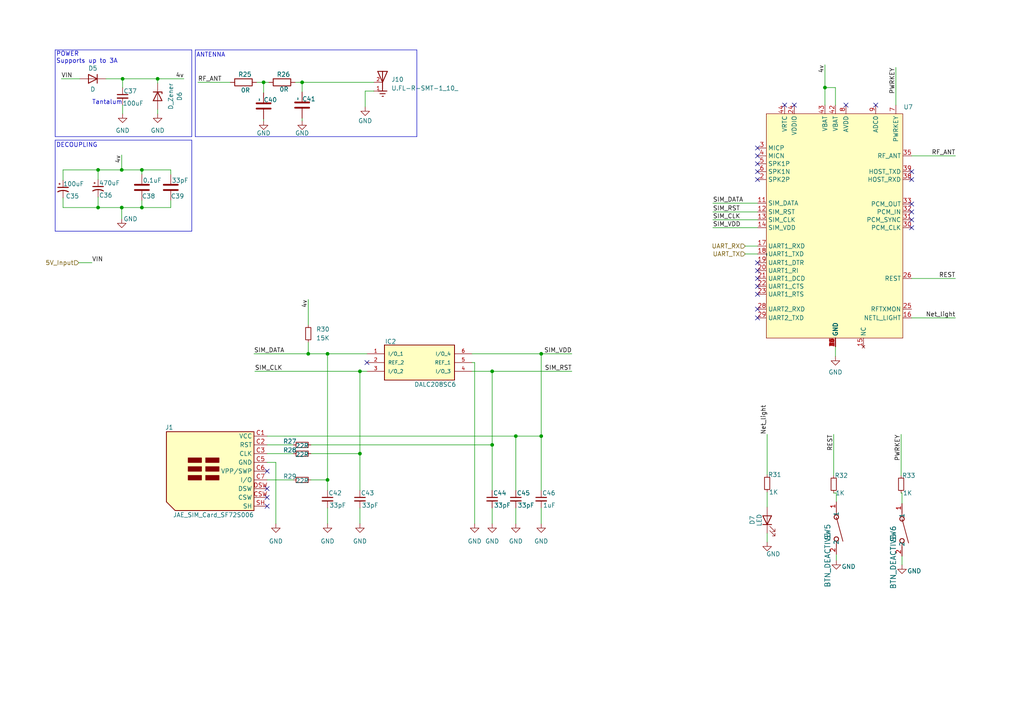
<source format=kicad_sch>
(kicad_sch (version 20231120) (generator "eeschema") (generator_version "8.0")
  (paper "A4")
  (lib_symbols
    (symbol "Connector:JAE_SIM_Card_SF72S006"
      (property "Reference" "J" (at 5.08 12.7 0))
      (property "Value" "JAE_SIM_Card_SF72S006" (at 30.48 12.7 0))
      (symbol "JAE_SIM_Card_SF72S006_0_1"
        (polyline (pts (xy 3.81 11.43) (xy 3.81 -11.43) (xy 26.67 -11.43) (xy 29.21 -8.89) (xy 29.21 11.43) (xy 3.81 11.43)) (stroke (width 0.254)) (fill (type background)))
        (rectangle (start 13.97 -2.54) (end 17.78 -1.27) (stroke (width 0.254)) (fill (type outline)))
        (rectangle (start 13.97 0) (end 17.78 1.27) (stroke (width 0.254)) (fill (type outline)))
        (rectangle (start 13.97 2.54) (end 17.78 3.81) (stroke (width 0.254)) (fill (type outline)))
        (rectangle (start 19.05 -1.27) (end 22.86 -2.54) (stroke (width 0.254)) (fill (type outline)))
        (rectangle (start 19.05 0) (end 22.86 1.27) (stroke (width 0.254)) (fill (type outline)))
        (rectangle (start 19.05 2.54) (end 22.86 3.81) (stroke (width 0.254)) (fill (type outline)))
      )
      (symbol "JAE_SIM_Card_SF72S006_1_1"
        (pin power_in line (at 0 10.16 0) (length 3.81) (name "VCC") (number "C1"))
        (pin input line (at 0 7.62 0) (length 3.81) (name "RST") (number "C2"))
        (pin input line (at 0 5.08 0) (length 3.81) (name "CLK") (number "C3"))
        (pin power_in line (at 0 2.54 0) (length 3.81) (name "GND") (number "C5"))
        (pin bidirectional line (at 0 0 0) (length 3.81) (name "VPP/SWP") (number "C6"))
        (pin bidirectional line (at 0 -2.54 0) (length 3.81) (name "I/O") (number "C7"))
        (pin passive line (at 0 -7.62 0) (length 3.81) (name "CSW") (number "CSW"))
        (pin passive line (at 0 -5.08 0) (length 3.81) (name "DSW") (number "DSW"))
        (pin passive line (at 0 -10.16 0) (length 3.81) (name "SH") (number "SH"))
      )
    )
    (symbol "DALC208SC6:DALC208SC6" (pin_names (offset 1.016))
      (property "Reference" "IC" (at 26.67 7.62 0))
      (property "Value" "DALC208SC6" (at 26.67 5.08 0))
      (symbol "DALC208SC6_0_0"
        (rectangle (start 5.08 -7.62) (end 25.4 2.54) (stroke (width 0.254)) (fill (type background)))
        (pin bidirectional line (at 0 0 0) (length 5.08) (name "I/O_1") (number "1"))
        (pin bidirectional line (at 0 -2.54 0) (length 5.08) (name "REF_2") (number "2"))
        (pin bidirectional line (at 0 -5.08 0) (length 5.08) (name "I/O_2") (number "3"))
        (pin bidirectional line (at 30.48 -5.08 180) (length 5.08) (name "I/O_3") (number "4"))
        (pin bidirectional line (at 30.48 -2.54 180) (length 5.08) (name "REF_1") (number "5"))
        (pin bidirectional line (at 30.48 0 180) (length 5.08) (name "I/O_4") (number "6"))
      )
    )
    (symbol "Device:C" (pin_numbers hide) (pin_names (offset 0.254))
      (property "Reference" "C" (at 0.635 2.54 0))
      (property "Value" "C" (at 0.635 -2.54 0))
      (symbol "C_0_1"
        (polyline (pts (xy -2.032 -0.762) (xy 2.032 -0.762)) (stroke (width 0.508)))
        (polyline (pts (xy -2.032 0.762) (xy 2.032 0.762)) (stroke (width 0.508)))
      )
      (symbol "C_1_1"
        (pin passive line (at 0 3.81 270) (length 2.794) (name "~") (number "1"))
        (pin passive line (at 0 -3.81 90) (length 2.794) (name "~") (number "2"))
      )
    )
    (symbol "Device:C_Polarized_Small_US" (pin_numbers hide) (pin_names (offset 0.254) hide)
      (property "Reference" "C" (at 0.254 1.778 0))
      (property "Value" "C_Polarized_Small_US" (at 0.254 -2.032 0))
      (symbol "C_Polarized_Small_US_0_1"
        (polyline (pts (xy -1.524 0.508) (xy 1.524 0.508)) (stroke (width 0.3048)))
        (polyline (pts (xy -1.27 1.524) (xy -0.762 1.524)))
        (polyline (pts (xy -1.016 1.27) (xy -1.016 1.778)))
        (arc (start 1.524 -0.762) (mid 0 -0.3734) (end -1.524 -0.762) (stroke (width 0.3048)))
      )
      (symbol "C_Polarized_Small_US_1_1"
        (pin passive line (at 0 2.54 270) (length 2.032) (name "~") (number "1"))
        (pin passive line (at 0 -2.54 90) (length 2.032) (name "~") (number "2"))
      )
    )
    (symbol "Device:C_Small" (pin_numbers hide) (pin_names (offset 0.254) hide)
      (property "Reference" "C" (at 0.254 1.778 0))
      (property "Value" "C_Small" (at 0.254 -2.032 0))
      (symbol "C_Small_0_1"
        (polyline (pts (xy -1.524 -0.508) (xy 1.524 -0.508)) (stroke (width 0.3302)))
        (polyline (pts (xy -1.524 0.508) (xy 1.524 0.508)) (stroke (width 0.3048)))
      )
      (symbol "C_Small_1_1"
        (pin passive line (at 0 2.54 270) (length 2.032) (name "~") (number "1"))
        (pin passive line (at 0 -2.54 90) (length 2.032) (name "~") (number "2"))
      )
    )
    (symbol "Device:D" (pin_numbers hide) (pin_names (offset 1.016) hide)
      (property "Reference" "D" (at 0 2.54 0))
      (property "Value" "D" (at 0 -2.54 0))
      (symbol "D_0_1"
        (polyline (pts (xy -1.27 1.27) (xy -1.27 -1.27)) (stroke (width 0.254)))
        (polyline (pts (xy 1.27 0) (xy -1.27 0)))
        (polyline (pts (xy 1.27 1.27) (xy 1.27 -1.27) (xy -1.27 0) (xy 1.27 1.27)) (stroke (width 0.254)))
      )
      (symbol "D_1_1"
        (pin passive line (at -3.81 0 0) (length 2.54) (name "K") (number "1"))
        (pin passive line (at 3.81 0 180) (length 2.54) (name "A") (number "2"))
      )
    )
    (symbol "Device:D_Zener" (pin_numbers hide) (pin_names (offset 1.016) hide)
      (property "Reference" "D" (at 0 2.54 0))
      (property "Value" "D_Zener" (at 0 -2.54 0))
      (symbol "D_Zener_0_1"
        (polyline (pts (xy 1.27 0) (xy -1.27 0)))
        (polyline (pts (xy -1.27 -1.27) (xy -1.27 1.27) (xy -0.762 1.27)) (stroke (width 0.254)))
        (polyline (pts (xy 1.27 -1.27) (xy 1.27 1.27) (xy -1.27 0) (xy 1.27 -1.27)) (stroke (width 0.254)))
      )
      (symbol "D_Zener_1_1"
        (pin passive line (at -3.81 0 0) (length 2.54) (name "K") (number "1"))
        (pin passive line (at 3.81 0 180) (length 2.54) (name "A") (number "2"))
      )
    )
    (symbol "Device:LED" (pin_numbers hide) (pin_names (offset 1.016) hide)
      (property "Reference" "D" (at 0 2.54 0))
      (property "Value" "LED" (at 0 -2.54 0))
      (symbol "LED_0_1"
        (polyline (pts (xy -1.27 -1.27) (xy -1.27 1.27)) (stroke (width 0.254)))
        (polyline (pts (xy -1.27 0) (xy 1.27 0)))
        (polyline (pts (xy 1.27 -1.27) (xy 1.27 1.27) (xy -1.27 0) (xy 1.27 -1.27)) (stroke (width 0.254)))
        (polyline (pts (xy -3.048 -0.762) (xy -4.572 -2.286) (xy -3.81 -2.286) (xy -4.572 -2.286) (xy -4.572 -1.524)))
        (polyline (pts (xy -1.778 -0.762) (xy -3.302 -2.286) (xy -2.54 -2.286) (xy -3.302 -2.286) (xy -3.302 -1.524)))
      )
      (symbol "LED_1_1"
        (pin passive line (at -3.81 0 0) (length 2.54) (name "K") (number "1"))
        (pin passive line (at 3.81 0 180) (length 2.54) (name "A") (number "2"))
      )
    )
    (symbol "Device:R" (pin_numbers hide) (pin_names (offset 0))
      (property "Reference" "R" (at 2.032 0 90))
      (property "Value" "R" (at 0 0 90))
      (symbol "R_0_1"
        (rectangle (start -1.016 -2.54) (end 1.016 2.54) (stroke (width 0.254)))
      )
      (symbol "R_1_1"
        (pin passive line (at 0 3.81 270) (length 1.27) (name "~") (number "1"))
        (pin passive line (at 0 -3.81 90) (length 1.27) (name "~") (number "2"))
      )
    )
    (symbol "Device:R_Small" (pin_numbers hide) (pin_names (offset 0.254) hide)
      (property "Reference" "R" (at 0.762 0.508 0))
      (property "Value" "R_Small" (at 0.762 -1.016 0))
      (symbol "R_Small_0_1"
        (rectangle (start -0.762 1.778) (end 0.762 -1.778) (stroke (width 0.2032)))
      )
      (symbol "R_Small_1_1"
        (pin passive line (at 0 2.54 270) (length 0.762) (name "~") (number "1"))
        (pin passive line (at 0 -2.54 90) (length 0.762) (name "~") (number "2"))
      )
    )
    (symbol "drip-irrigation-sys-cc:PTS636_SM50J_SMTR_LFS" (pin_names (offset 0.254))
      (property "Reference" "SW" (at 7.62 3.81 0))
      (property "Value" "PTS636 SM50J SMTR LFS" (at 0 0 0))
      (symbol "PTS636_SM50J_SMTR_LFS_0_1"
        (polyline (pts (xy 2.54 0) (xy 3.81 0)) (stroke (width 0.2032)))
        (polyline (pts (xy 4.445 0) (xy 11.43 1.905)) (stroke (width 0.2032)))
        (polyline (pts (xy 12.7 0) (xy 11.43 0)) (stroke (width 0.2032)))
        (circle (center 4.445 0) (radius 0.635) (stroke (width 0.254)))
        (circle (center 10.795 0) (radius 0.635) (stroke (width 0.254)))
        (pin unspecified line (at 0 0 0) (length 2.54) (name "1") (number "1"))
        (pin unspecified line (at 15.24 0 180) (length 2.54) (name "2") (number "2"))
      )
    )
    (symbol "drip-irrigation-sys-cc:U.FL-R-SMT-1_10_" (pin_names (offset 1.016))
      (property "Reference" "J" (at -2.5406 5.0869 0))
      (property "Value" "U.FL-R-SMT-1_10_" (at -2.6677 -7.6346 0))
      (symbol "U.FL-R-SMT-1_10__0_0"
        (polyline (pts (xy -1.397 3.175) (xy 0 3.175)) (stroke (width 0.254)))
        (polyline (pts (xy -0.762 -3.302) (xy 0.762 -3.302)) (stroke (width 0.254)))
        (polyline (pts (xy -0.127 -4.064) (xy 0.254 -4.064)) (stroke (width 0.254)))
        (polyline (pts (xy 0 -2.54) (xy -1.27 -2.54)) (stroke (width 0.254)))
        (polyline (pts (xy 0 -2.54) (xy 1.27 -2.54)) (stroke (width 0.254)))
        (polyline (pts (xy 0 0) (xy -1.397 3.175)) (stroke (width 0.254)))
        (polyline (pts (xy 0 0) (xy 0 -2.54)) (stroke (width 0.254)))
        (polyline (pts (xy 0 3.175) (xy 0 0)) (stroke (width 0.254)))
        (polyline (pts (xy 0 3.175) (xy 1.397 3.175)) (stroke (width 0.254)))
        (polyline (pts (xy 1.397 3.175) (xy 0 0)) (stroke (width 0.254)))
        (pin passive line (at -2.54 -2.54 0) (length 2.54) (name "~") (number "1"))
        (pin passive line (at -2.54 0 0) (length 2.54) (name "~") (number "2"))
      )
    )
    (symbol "mergened_symbols:mg2608"
      (property "Reference" "U" (at -16.256 -33.782 0))
      (symbol "mg2608_1_1"
        (rectangle (start -20.066 33.02) (end 19.558 -32.004) (fill (type background)))
        (pin input line (at 0 -34.544 90) (length 2.54) (name "GND") (number "1"))
        (pin input line (at 0 -34.544 90) (length 2.54) (name "GND") (number "10"))
        (pin bidirectional line (at -22.606 7.112 0) (length 2.54) (name "SIM_DATA") (number "11"))
        (pin output line (at -22.606 4.572 0) (length 2.54) (name "SIM_RST") (number "12"))
        (pin output line (at -22.606 2.286 0) (length 2.54) (name "SIM_CLK") (number "13"))
        (pin output line (at -22.606 0 0) (length 2.54) (name "SIM_VDD") (number "14"))
        (pin no_connect line (at 8.128 -34.544 90) (length 2.54) (name "NC") (number "15"))
        (pin input line (at 22.098 -26.162 180) (length 2.54) (name "NETL_LIGHT") (number "16"))
        (pin input line (at -22.606 -5.334 0) (length 2.54) (name "UART1_RXD") (number "17"))
        (pin output line (at -22.606 -7.62 0) (length 2.54) (name "UART1_TXD") (number "18"))
        (pin input line (at -22.606 -10.16 0) (length 2.54) (name "UART1_DTR") (number "19"))
        (pin output line (at -22.606 13.97 0) (length 2.54) (name "SPK2P") (number "2"))
        (pin output line (at -22.606 -12.446 0) (length 2.54) (name "UART1_RI") (number "20"))
        (pin output line (at -22.606 -14.732 0) (length 2.54) (name "UART1_DCD") (number "21"))
        (pin output line (at -22.606 -17.018 0) (length 2.54) (name "UART1_CTS") (number "22"))
        (pin input line (at -22.606 -19.304 0) (length 2.54) (name "UART1_RTS") (number "23"))
        (pin output line (at -11.938 35.56 270) (length 2.54) (name "VDDIO") (number "24"))
        (pin input line (at 22.098 -23.622 180) (length 2.54) (name "RFTXMON") (number "25"))
        (pin input line (at 22.098 -14.732 180) (length 2.54) (name "REST") (number "26"))
        (pin input line (at 0 -34.544 90) (length 2.54) (name "GND") (number "27"))
        (pin input line (at -22.606 -23.622 0) (length 2.54) (name "UART2_RXD") (number "28"))
        (pin output line (at -22.606 -26.162 0) (length 2.54) (name "UART2_TXD") (number "29"))
        (pin input line (at -22.606 23.114 0) (length 2.54) (name "MICP") (number "3"))
        (pin output line (at 22.098 0 180) (length 2.54) (name "PCM_CLK") (number "30"))
        (pin output line (at 22.098 2.286 180) (length 2.54) (name "PCM_SYNC") (number "31"))
        (pin input line (at 22.098 4.572 180) (length 2.54) (name "PCM_IN") (number "32"))
        (pin output line (at 22.098 6.858 180) (length 2.54) (name "PCM_OUT") (number "33"))
        (pin input line (at 0 -34.544 90) (length 2.54) (name "GND") (number "34"))
        (pin bidirectional line (at 22.098 20.828 180) (length 2.54) (name "RF_ANT") (number "35"))
        (pin input line (at 0 -34.544 90) (length 2.54) (name "GND") (number "36"))
        (pin input line (at 0 -34.544 90) (length 2.54) (name "GND") (number "37"))
        (pin input line (at 22.098 13.97 180) (length 2.54) (name "HOST_RXD") (number "38"))
        (pin input line (at 22.098 16.256 180) (length 2.54) (name "HOST_TXD") (number "39"))
        (pin input line (at -22.606 20.828 0) (length 2.54) (name "MICN") (number "4"))
        (pin input line (at 0 -34.544 90) (length 2.54) (name "GND") (number "40"))
        (pin input line (at 0 -34.544 90) (length 2.54) (name "GND") (number "41"))
        (pin input line (at 0 35.56 270) (length 2.54) (name "VBAT") (number "42"))
        (pin input line (at -3.048 35.56 270) (length 2.54) (name "VBAT") (number "43"))
        (pin output line (at -14.732 35.56 270) (length 2.54) (name "VRTC") (number "44"))
        (pin output line (at -22.606 18.542 0) (length 2.54) (name "SPK1P") (number "5"))
        (pin output line (at -22.606 16.256 0) (length 2.54) (name "SPK1N") (number "6"))
        (pin input line (at 17.526 35.56 270) (length 2.54) (name "PWRKEY") (number "7"))
        (pin output line (at 3.048 35.56 270) (length 2.54) (name "AVDD") (number "8"))
        (pin input line (at 11.684 35.56 270) (length 2.54) (name "ADC0") (number "9"))
      )
    )
    (symbol "power:GND" (power) (pin_names (offset 0))
      (property "Value" "GND" (at 0 -3.81 0))
      (symbol "GND_0_1"
        (polyline (pts (xy 0 0) (xy 0 -1.27) (xy 1.27 -1.27) (xy 0 -2.54) (xy -1.27 -1.27) (xy 0 -1.27)))
      )
      (symbol "GND_1_1"
        (pin power_in line (at 0 0 270) (length 0) hide (name "GND") (number "1"))
      )
    )
  )
  (junction (at 89.408 102.616))
  (junction (at 142.748 107.696))
  (junction (at 45.72 22.86))
  (junction (at 28.448 49.276))
  (junction (at 149.606 126.492))
  (junction (at 35.306 49.276))
  (junction (at 41.148 49.276))
  (junction (at 28.448 60.198))
  (junction (at 142.748 129.032))
  (junction (at 94.996 102.616))
  (junction (at 87.63 23.876))
  (junction (at 239.268 25.4))
  (junction (at 156.972 126.492))
  (junction (at 94.996 139.192))
  (junction (at 104.394 107.696))
  (junction (at 76.454 23.876))
  (junction (at 156.972 102.616))
  (junction (at 41.148 60.198))
  (junction (at 104.394 131.572))
  (junction (at 35.56 22.86))
  (junction (at 35.306 60.198))
  (no_connect (at 106.426 105.156))
  (no_connect (at 77.47 146.812))
  (no_connect (at 219.71 49.784))
  (no_connect (at 254 30.48))
  (no_connect (at 219.71 92.202))
  (no_connect (at 77.47 141.732))
  (no_connect (at 264.414 61.468))
  (no_connect (at 219.71 45.212))
  (no_connect (at 219.71 42.926))
  (no_connect (at 264.414 66.04))
  (no_connect (at 245.364 30.48))
  (no_connect (at 219.71 80.772))
  (no_connect (at 219.71 78.486))
  (no_connect (at 219.71 52.07))
  (no_connect (at 219.71 47.498))
  (no_connect (at 230.378 30.48))
  (no_connect (at 219.71 76.2))
  (no_connect (at 227.584 30.48))
  (no_connect (at 219.71 89.662))
  (no_connect (at 264.414 52.07))
  (no_connect (at 219.71 85.344))
  (no_connect (at 264.414 63.754))
  (no_connect (at 219.71 83.058))
  (no_connect (at 264.414 59.182))
  (no_connect (at 264.414 49.784))
  (no_connect (at 77.47 144.272))
  (no_connect (at 77.47 136.652))
  (wire (pts (xy 156.972 147.32) (xy 156.972 151.892)))
  (wire (pts (xy 76.454 23.876) (xy 77.978 23.876)))
  (wire (pts (xy 76.454 35.052) (xy 76.454 34.544)))
  (wire (pts (xy 28.448 60.198) (xy 35.306 60.198)))
  (wire (pts (xy 49.53 49.276) (xy 41.148 49.276)))
  (wire (pts (xy 104.394 131.572) (xy 104.394 142.24)))
  (wire (pts (xy 89.408 86.868) (xy 89.408 94.234)))
  (wire (pts (xy 49.53 50.546) (xy 49.53 49.276)))
  (wire (pts (xy 261.366 143.002) (xy 261.62 143.002)))
  (wire (pts (xy 89.408 102.616) (xy 94.996 102.616)))
  (wire (pts (xy 90.17 129.032) (xy 142.748 129.032)))
  (wire (pts (xy 41.148 50.546) (xy 41.148 49.276)))
  (polyline (pts (xy 120.904 14.478) (xy 120.904 39.624)))
  (wire (pts (xy 239.268 25.4) (xy 242.316 25.4)))
  (wire (pts (xy 206.756 61.468) (xy 219.71 61.468)))
  (wire (pts (xy 104.394 147.32) (xy 104.394 151.892)))
  (wire (pts (xy 242.57 145.542) (xy 242.57 143.002)))
  (wire (pts (xy 261.62 146.05) (xy 261.62 143.002)))
  (wire (pts (xy 77.47 134.112) (xy 80.01 134.112)))
  (wire (pts (xy 18.288 57.404) (xy 18.288 60.198)))
  (wire (pts (xy 89.408 99.314) (xy 89.408 102.616)))
  (wire (pts (xy 239.268 18.796) (xy 239.268 25.4)))
  (wire (pts (xy 77.47 126.492) (xy 149.606 126.492)))
  (wire (pts (xy 35.306 60.198) (xy 41.148 60.198)))
  (wire (pts (xy 277.114 92.202) (xy 264.414 92.202)))
  (wire (pts (xy 142.748 107.696) (xy 142.748 129.032)))
  (wire (pts (xy 108.4144 23.876) (xy 108.4144 23.8716)))
  (wire (pts (xy 149.606 126.492) (xy 156.972 126.492)))
  (wire (pts (xy 45.72 22.86) (xy 45.72 24.13)))
  (wire (pts (xy 28.448 57.15) (xy 28.448 60.198)))
  (wire (pts (xy 242.57 143.002) (xy 241.808 143.002)))
  (wire (pts (xy 142.748 129.032) (xy 142.748 142.24)))
  (wire (pts (xy 73.66 102.616) (xy 89.408 102.616)))
  (wire (pts (xy 222.504 157.226) (xy 222.504 154.686)))
  (polyline (pts (xy 120.904 39.624) (xy 56.642 39.624)))
  (polyline (pts (xy 55.626 14.478) (xy 55.626 39.624)))
  (wire (pts (xy 206.756 63.754) (xy 219.71 63.754)))
  (wire (pts (xy 94.996 102.616) (xy 94.996 139.192)))
  (wire (pts (xy 87.63 23.876) (xy 108.4144 23.876)))
  (wire (pts (xy 104.394 107.696) (xy 104.394 131.572)))
  (wire (pts (xy 45.72 22.86) (xy 53.34 22.86)))
  (wire (pts (xy 49.53 60.198) (xy 41.148 60.198)))
  (wire (pts (xy 57.404 23.876) (xy 66.802 23.876)))
  (wire (pts (xy 45.72 31.75) (xy 45.72 33.02)))
  (wire (pts (xy 94.996 102.616) (xy 106.426 102.616)))
  (polyline (pts (xy 16.002 14.478) (xy 16.002 39.624)))
  (polyline (pts (xy 56.642 14.478) (xy 56.642 39.624)))
  (wire (pts (xy 104.394 107.696) (xy 106.426 107.696)))
  (wire (pts (xy 28.448 49.276) (xy 28.448 52.07)))
  (polyline (pts (xy 16.002 40.64) (xy 55.626 40.64)))
  (wire (pts (xy 241.808 125.984) (xy 241.808 137.922)))
  (wire (pts (xy 76.454 26.924) (xy 76.454 23.876)))
  (wire (pts (xy 136.906 105.156) (xy 137.668 105.156)))
  (wire (pts (xy 41.148 60.198) (xy 41.148 58.166)))
  (wire (pts (xy 242.316 25.4) (xy 242.316 30.48)))
  (wire (pts (xy 156.972 102.616) (xy 156.972 126.492)))
  (wire (pts (xy 35.306 63.5) (xy 35.306 60.198)))
  (polyline (pts (xy 16.002 40.64) (xy 16.002 67.056)))
  (wire (pts (xy 90.17 131.572) (xy 104.394 131.572)))
  (wire (pts (xy 156.972 102.616) (xy 165.862 102.616)))
  (wire (pts (xy 35.56 30.48) (xy 35.56 33.02)))
  (wire (pts (xy 222.504 125.984) (xy 222.504 137.668)))
  (polyline (pts (xy 55.626 67.056) (xy 16.002 67.056)))
  (wire (pts (xy 41.148 49.276) (xy 35.306 49.276)))
  (wire (pts (xy 216.154 73.66) (xy 219.71 73.66)))
  (wire (pts (xy 74.422 23.876) (xy 76.454 23.876)))
  (wire (pts (xy 259.842 19.558) (xy 259.842 30.48)))
  (wire (pts (xy 261.62 161.29) (xy 261.62 163.83)))
  (wire (pts (xy 28.448 60.198) (xy 18.288 60.198)))
  (wire (pts (xy 149.606 147.32) (xy 149.606 151.892)))
  (wire (pts (xy 242.316 103.378) (xy 242.316 100.584)))
  (wire (pts (xy 35.56 22.86) (xy 35.56 25.4)))
  (wire (pts (xy 77.47 139.192) (xy 85.09 139.192)))
  (wire (pts (xy 77.47 129.032) (xy 85.09 129.032)))
  (wire (pts (xy 142.748 147.32) (xy 142.748 151.892)))
  (wire (pts (xy 222.504 147.066) (xy 222.504 142.748)))
  (wire (pts (xy 137.668 105.156) (xy 137.668 151.892)))
  (wire (pts (xy 264.414 80.772) (xy 277.114 80.772)))
  (wire (pts (xy 206.756 66.04) (xy 219.71 66.04)))
  (wire (pts (xy 80.01 134.112) (xy 80.01 151.892)))
  (wire (pts (xy 87.63 35.052) (xy 87.63 34.29)))
  (wire (pts (xy 35.56 22.86) (xy 45.72 22.86)))
  (wire (pts (xy 73.914 107.696) (xy 104.394 107.696)))
  (wire (pts (xy 77.47 131.572) (xy 85.09 131.572)))
  (wire (pts (xy 261.366 125.984) (xy 261.366 137.922)))
  (wire (pts (xy 18.288 52.324) (xy 18.288 49.276)))
  (polyline (pts (xy 56.642 14.478) (xy 120.904 14.478)))
  (wire (pts (xy 49.53 58.166) (xy 49.53 60.198)))
  (wire (pts (xy 22.86 76.2) (xy 26.67 76.2)))
  (wire (pts (xy 35.306 44.958) (xy 35.306 49.276)))
  (wire (pts (xy 87.63 23.876) (xy 87.63 26.67)))
  (wire (pts (xy 105.918 26.416) (xy 105.918 30.988)))
  (polyline (pts (xy 55.626 39.624) (xy 16.002 39.624)))
  (wire (pts (xy 136.906 102.616) (xy 156.972 102.616)))
  (wire (pts (xy 216.154 71.374) (xy 219.71 71.374)))
  (wire (pts (xy 149.606 126.492) (xy 149.606 142.24)))
  (wire (pts (xy 17.78 22.86) (xy 23.114 22.86)))
  (wire (pts (xy 239.268 25.4) (xy 239.268 30.48)))
  (wire (pts (xy 94.996 147.32) (xy 94.996 151.892)))
  (wire (pts (xy 18.288 49.276) (xy 28.448 49.276)))
  (wire (pts (xy 264.414 45.212) (xy 277.114 45.212)))
  (polyline (pts (xy 55.626 40.64) (xy 55.626 67.056)))
  (wire (pts (xy 206.756 58.928) (xy 219.71 58.928)))
  (wire (pts (xy 35.306 49.276) (xy 28.448 49.276)))
  (wire (pts (xy 242.57 160.782) (xy 242.57 162.56)))
  (wire (pts (xy 156.972 126.492) (xy 156.972 142.24)))
  (wire (pts (xy 87.63 23.876) (xy 85.598 23.876)))
  (wire (pts (xy 136.906 107.696) (xy 142.748 107.696)))
  (wire (pts (xy 90.17 139.192) (xy 94.996 139.192)))
  (wire (pts (xy 142.748 107.696) (xy 165.862 107.696)))
  (wire (pts (xy 108.4144 26.416) (xy 108.4144 26.4116)))
  (wire (pts (xy 105.918 26.416) (xy 108.4144 26.416)))
  (wire (pts (xy 94.996 139.192) (xy 94.996 142.24)))
  (polyline (pts (xy 16.002 14.478) (xy 55.626 14.478)))
  (wire (pts (xy 30.734 22.86) (xy 35.56 22.86)))
  (text "DECOUPLING" (at 16.256 42.926 0) (effects (font (size 1.27 1.27)) (justify left bottom)))
  (text "ANTENNA" (at 56.896 16.764 0) (effects (font (size 1.27 1.27)) (justify left bottom)))
  (text "POWER\nSupports up to 3A" (at 16.256 18.542 0) (effects (font (size 1.27 1.27)) (justify left bottom)))
  (text "Tantalum" (at 26.67 30.48 0) (effects (font (size 1.27 1.27)) (justify left bottom)))
  (label "SIM_DATA" (at 73.66 102.616 0))
  (label "RF_ANT" (at 277.114 45.212 180))
  (label "SIM_VDD" (at 165.862 102.616 180))
  (label "SIM_CLK" (at 73.914 107.696 0))
  (label "REST" (at 241.808 125.984 270))
  (label "Net_light" (at 222.504 125.984 90))
  (label "RF_ANT" (at 57.404 23.876 0))
  (label "SIM_RST" (at 206.756 61.468 0))
  (label "SIM_RST" (at 165.862 107.696 180))
  (label "4v" (at 53.34 22.86 180))
  (label "4v" (at 35.306 44.958 270))
  (label "4v" (at 89.408 86.868 270))
  (label "4v" (at 239.268 18.796 270))
  (label "Net_light" (at 277.114 92.202 180))
  (label "PWRKEY" (at 259.842 19.558 270))
  (label "SIM_CLK" (at 206.756 63.754 0))
  (label "VIN" (at 26.67 76.2 0))
  (label "REST" (at 277.114 80.772 180))
  (label "SIM_DATA" (at 206.756 58.928 0))
  (label "VIN" (at 17.78 22.86 0))
  (label "PWRKEY" (at 261.366 125.984 270))
  (label "SIM_VDD" (at 206.756 66.04 0))
  (hierarchical_label "UART_RX" (shape input) (at 216.154 71.374 180))
  (hierarchical_label "UART_TX" (shape input) (at 216.154 73.66 180))
  (hierarchical_label "5V_Input" (shape input) (at 22.86 76.2 180))
  (symbol (lib_id "mergened_symbols:mg2608") (at 242.316 66.04 0) (unit 1)
    (property "Reference" "U6" (at 262.0361 31.0388 0) (effects (justify left)))
    (property "Value" "~" (at 222.377 73.787 90))
    (property "Footprint" "drip-irrigation-sys-cc:MG2608" (effects (hide yes)))
    (instances (project "HidroProject_1" (path "" (reference "U7") (unit 1)) (path "" (reference "U6") (unit 1))))
  )
  (symbol (lib_id "Device:R_Small") (at 87.63 129.032 90) (unit 1)
    (property "Reference" "R14" (at 84.074 128.016 90))
    (property "Value" "22R" (at 87.63 129.286 90))
    (property "Footprint" "Resistor_SMD:R_0603_1608Metric" (effects (hide yes)))
    (property "Digikey" "311-22.0HRDKR-ND" (effects (hide yes)))
    (instances (project "HidroProject_1" (path "" (reference "R27") (unit 1)) (path "" (reference "R14") (unit 1))))
  )
  (symbol (lib_id "Device:C_Polarized_Small_US") (at 28.448 54.61 0) (unit 1)
    (property "Reference" "C24" (at 28.702 56.642 0) (effects (justify left)))
    (property "Value" "470uF" (at 28.702 53.086 0) (effects (justify left)))
    (property "Footprint" "Capacitor_SMD:CP_Elec_8x10.5" (effects (hide yes)))
    (property "Digikey" "2997-SRF10V471MJ102-ND" (effects (hide yes)))
    (instances (project "HidroProject_1" (path "" (reference "C36") (unit 1)) (path "" (reference "C24") (unit 1))))
  )
  (symbol (lib_id "Device:R_Small") (at 222.504 140.208 0) (unit 1)
    (property "Reference" "R18" (at 222.758 137.668 0) (effects (justify left)))
    (property "Value" "1K" (at 223.012 142.748 0) (effects (justify left)))
    (property "Footprint" "Resistor_SMD:R_0603_1608Metric" (effects (hide yes)))
    (instances (project "HidroProject_1" (path "" (reference "R31") (unit 1)) (path "" (reference "R18") (unit 1))))
  )
  (symbol (lib_id "Device:R_Small") (at 89.408 96.774 0) (unit 1)
    (property "Reference" "R17" (at 91.694 95.504 0) (effects (justify left)))
    (property "Value" "15K" (at 91.694 98.044 0) (effects (justify left)))
    (property "Footprint" "Resistor_SMD:R_0603_1608Metric" (effects (hide yes)))
    (property "Digikey" "P15KDBDKR-ND" (effects (hide yes)))
    (instances (project "HidroProject_1" (path "" (reference "R30") (unit 1)) (path "" (reference "R17") (unit 1))))
  )
  (symbol (lib_id "power:GND") (at 94.996 151.892 0) (unit 1)
    (property "Reference" "#PWR038" (effects (hide yes)))
    (property "Value" "GND" (at 94.996 156.972 0))
    (instances (project "HidroProject_1" (path "" (reference "#PWR065") (unit 1)) (path "" (reference "#PWR038") (unit 1))))
  )
  (symbol (lib_id "Device:C") (at 41.148 54.356 0) (unit 1)
    (property "Reference" "C26" (at 41.148 56.896 0) (effects (justify left)))
    (property "Value" "0.1uF" (at 41.402 52.324 0) (effects (justify left)))
    (property "Footprint" "Capacitor_SMD:C_0805_2012Metric" (effects (hide yes)))
    (property "Digikey" "3372-0805B104K201DCTR-ND" (effects (hide yes)))
    (instances (project "HidroProject_1" (path "" (reference "C38") (unit 1)) (path "" (reference "C26") (unit 1))))
  )
  (symbol (lib_id "Device:C_Small") (at 142.748 144.78 0) (unit 1)
    (property "Reference" "C32" (at 143.002 143.002 0) (effects (justify left)))
    (property "Value" "33pF" (at 143.256 146.558 0) (effects (justify left)))
    (property "Footprint" "Capacitor_SMD:C_0603_1608Metric" (effects (hide yes)))
    (property "Digikey" "2571-GMC10CG330K100NTTR-ND" (effects (hide yes)))
    (instances (project "HidroProject_1" (path "" (reference "C44") (unit 1)) (path "" (reference "C32") (unit 1))))
  )
  (symbol (lib_id "Connector:JAE_SIM_Card_SF72S006") (at 77.47 136.652 0) (mirror y) (unit 1)
    (property "Reference" "J2" (at 50.292 123.952 0) (effects (justify left)))
    (property "Value" "JAE_SIM_Card_SF72S006" (at 73.66 149.352 0) (effects (justify left)))
    (property "Footprint" "Connector_JAE:JAE_SIM_Card_SF72S006" (effects (hide yes)))
    (property "Datasheet" "https://www.jae.com/direct/topics/topics_file_download/topics_id=68892&ext_no=06&index=0&_lang=en&v=202003111511468456809" (effects (hide yes)))
    (instances (project "HidroProject_1" (path "" (reference "J1") (unit 1)) (path "" (reference "J2") (unit 1))))
  )
  (symbol (lib_id "power:GND") (at 222.504 157.226 0) (unit 1)
    (property "Reference" "#PWR045" (effects (hide yes)))
    (property "Value" "GND" (at 224.282 160.6804 0))
    (instances (project "HidroProject_1" (path "" (reference "#PWR072") (unit 1)) (path "" (reference "#PWR045") (unit 1))))
  )
  (symbol (lib_id "drip-irrigation-sys-cc:PTS636_SM50J_SMTR_LFS") (at 242.57 145.542 270) (unit 1)
    (property "Reference" "SW3" (at 240.03 151.892 0) (effects (font (size 1.524 1.524)) (justify left)))
    (property "Value" "BTN_DEACTIVE" (at 240.03 154.432 0) (effects (font (size 1.524 1.524)) (justify left)))
    (property "Footprint" "SW_PTS636_CNK" (effects (hide yes)))
    (property "Datasheet" "PTS636 SM50J SMTR LFS" (effects (hide yes)))
    (property "Digikey" "CKN12319-2-ND" (effects (hide yes)))
    (instances (project "HidroProject_1" (path "" (reference "SW5") (unit 1)) (path "" (reference "SW3") (unit 1))))
  )
  (symbol (lib_id "power:GND") (at 156.972 151.892 0) (unit 1)
    (property "Reference" "#PWR044" (effects (hide yes)))
    (property "Value" "GND" (at 156.972 156.972 0))
    (instances (project "HidroProject_1" (path "" (reference "#PWR071") (unit 1)) (path "" (reference "#PWR044") (unit 1))))
  )
  (symbol (lib_id "power:GND") (at 76.454 35.052 0) (unit 1)
    (property "Reference" "#PWR029" (effects (hide yes)))
    (property "Value" "GND" (at 76.454 38.608 0))
    (instances (project "HidroProject_1" (path "" (reference "#PWR062") (unit 1)) (path "" (reference "#PWR029") (unit 1))))
  )
  (symbol (lib_id "power:GND") (at 87.63 35.052 0) (unit 1)
    (property "Reference" "#PWR037" (effects (hide yes)))
    (property "Value" "GND" (at 87.63 38.608 0))
    (instances (project "HidroProject_1" (path "" (reference "#PWR064") (unit 1)) (path "" (reference "#PWR037") (unit 1))))
  )
  (symbol (lib_id "Device:R_Small") (at 87.63 131.572 90) (unit 1)
    (property "Reference" "R15" (at 84.074 130.556 90))
    (property "Value" "22R" (at 87.63 131.826 90))
    (property "Footprint" "Resistor_SMD:R_0603_1608Metric" (effects (hide yes)))
    (property "Digikey" "311-22.0HRDKR-ND" (effects (hide yes)))
    (instances (project "HidroProject_1" (path "" (reference "R28") (unit 1)) (path "" (reference "R15") (unit 1))))
  )
  (symbol (lib_id "power:GND") (at 80.01 151.892 0) (unit 1)
    (property "Reference" "#PWR030" (effects (hide yes)))
    (property "Value" "GND" (at 80.01 156.972 0))
    (instances (project "HidroProject_1" (path "" (reference "#PWR063") (unit 1)) (path "" (reference "#PWR030") (unit 1))))
  )
  (symbol (lib_id "Device:C_Polarized_Small_US") (at 18.288 54.864 0) (unit 1)
    (property "Reference" "C23" (at 19.05 56.896 0) (effects (justify left)))
    (property "Value" "100uF" (at 18.288 53.34 0) (effects (justify left)))
    (property "Footprint" "Capacitor_SMD:CP_Elec_8x10.5" (effects (hide yes)))
    (property "Digikey" "2997-SHT6.3V101M-F55-ND" (effects (hide yes)))
    (instances (project "HidroProject_1" (path "" (reference "C35") (unit 1)) (path "" (reference "C23") (unit 1))))
  )
  (symbol (lib_id "power:GND") (at 104.394 151.892 0) (unit 1)
    (property "Reference" "#PWR039" (effects (hide yes)))
    (property "Value" "GND" (at 104.394 156.972 0))
    (instances (project "HidroProject_1" (path "" (reference "#PWR066") (unit 1)) (path "" (reference "#PWR039") (unit 1))))
  )
  (symbol (lib_id "Device:D_Zener") (at 45.72 27.94 270) (unit 1)
    (property "Reference" "D3" (at 52.07 27.94 0))
    (property "Value" "D_Zener" (at 49.53 27.94 0))
    (property "Footprint" "drip-irrigation-sys-cc:SMB-2_4P60X3P95_ONS" (effects (hide yes)))
    (property "Digikey" "SZ1SMB5915BT3GOSTR-ND" (effects (hide yes)))
    (instances (project "HidroProject_1" (path "" (reference "D6") (unit 1)) (path "" (reference "D3") (unit 1))))
  )
  (symbol (lib_id "Device:C") (at 87.63 30.48 0) (unit 1)
    (property "Reference" "C29" (at 87.63 28.702 0) (effects (justify left)))
    (property "Value" "~" (at 86.36 29.21 90) (effects (justify left)))
    (property "Footprint" "Capacitor_SMD:C_0805_2012Metric" (effects (hide yes)))
    (instances (project "HidroProject_1" (path "" (reference "C41") (unit 1)) (path "" (reference "C29") (unit 1))))
  )
  (symbol (lib_id "power:GND") (at 149.606 151.892 0) (unit 1)
    (property "Reference" "#PWR043" (effects (hide yes)))
    (property "Value" "GND" (at 149.606 156.972 0))
    (instances (project "HidroProject_1" (path "" (reference "#PWR070") (unit 1)) (path "" (reference "#PWR043") (unit 1))))
  )
  (symbol (lib_id "power:GND") (at 242.316 103.378 0) (unit 1)
    (property "Reference" "#PWR046" (effects (hide yes)))
    (property "Value" "GND" (at 242.316 107.95 0))
    (instances (project "HidroProject_1" (path "" (reference "#PWR073") (unit 1)) (path "" (reference "#PWR046") (unit 1))))
  )
  (symbol (lib_id "power:GND") (at 45.72 33.02 0) (unit 1)
    (property "Reference" "#PWR026" (effects (hide yes)))
    (property "Value" "GND" (at 45.72 37.846 0))
    (instances (project "HidroProject_1" (path "" (reference "#PWR061") (unit 1)) (path "" (reference "#PWR026") (unit 1))))
  )
  (symbol (lib_id "power:GND") (at 35.306 63.5 0) (unit 1)
    (property "Reference" "#PWR024" (effects (hide yes)))
    (property "Value" "GND" (at 37.846 63.5 0))
    (instances (project "HidroProject_1" (path "" (reference "#PWR01") (unit 1)) (path "" (reference "#PWR024") (unit 1))))
  )
  (symbol (lib_id "Device:R_Small") (at 87.63 139.192 90) (unit 1)
    (property "Reference" "R16" (at 84.074 138.176 90))
    (property "Value" "22R" (at 87.63 139.446 90))
    (property "Footprint" "Resistor_SMD:R_0603_1608Metric" (effects (hide yes)))
    (property "Digikey" "311-22.0HRDKR-ND" (effects (hide yes)))
    (instances (project "HidroProject_1" (path "" (reference "R29") (unit 1)) (path "" (reference "R16") (unit 1))))
  )
  (symbol (lib_id "power:GND") (at 105.918 30.988 0) (unit 1)
    (property "Reference" "#PWR040" (effects (hide yes)))
    (property "Value" "GND" (at 105.918 35.052 0))
    (instances (project "HidroProject_1" (path "" (reference "#PWR067") (unit 1)) (path "" (reference "#PWR040") (unit 1))))
  )
  (symbol (lib_id "Device:C_Small") (at 35.56 27.94 0) (unit 1)
    (property "Reference" "C25" (at 35.814 26.416 0) (effects (justify left)))
    (property "Value" "100uF" (at 35.56 29.972 0) (effects (justify left)))
    (property "Footprint" "Capacitor_Tantalum_SMD:CP_EIA-6032-15_Kemet-U" (effects (hide yes)))
    (property "Digikey" "TCKOJ107CT" (effects (hide yes)))
    (instances (project "HidroProject_1" (path "" (reference "C37") (unit 1)) (path "" (reference "C25") (unit 1))))
  )
  (symbol (lib_id "Device:D") (at 26.924 22.86 180) (unit 1)
    (property "Reference" "D2" (at 26.924 19.812 0))
    (property "Value" "D" (at 26.924 25.908 0))
    (property "Footprint" "Diode_SMD:D_SOD-123F" (effects (hide yes)))
    (property "Sim.Device" "D" (effects (hide yes)))
    (property "Sim.Pins" "1=K 2=A" (effects (hide yes)))
    (property "Digikey" "NRVHP220SFT3GOSTR-ND" (effects (hide yes)))
    (instances (project "HidroProject_1" (path "" (reference "D5") (unit 1)) (path "" (reference "D2") (unit 1))))
  )
  (symbol (lib_id "power:GND") (at 242.57 162.56 0) (unit 1)
    (property "Reference" "#PWR047" (effects (hide yes)))
    (property "Value" "GND" (at 246.126 164.338 0))
    (instances (project "HidroProject_1" (path "" (reference "#PWR074") (unit 1)) (path "" (reference "#PWR047") (unit 1))))
  )
  (symbol (lib_id "Device:C_Small") (at 94.996 144.78 0) (unit 1)
    (property "Reference" "C30" (at 95.25 143.002 0) (effects (justify left)))
    (property "Value" "33pF" (at 95.504 146.558 0) (effects (justify left)))
    (property "Footprint" "Capacitor_SMD:C_0603_1608Metric" (effects (hide yes)))
    (property "Digikey" "2571-GMC10CG330K100NTTR-ND" (effects (hide yes)))
    (instances (project "HidroProject_1" (path "" (reference "C42") (unit 1)) (path "" (reference "C30") (unit 1))))
  )
  (symbol (lib_id "Device:C") (at 49.53 54.356 0) (unit 1)
    (property "Reference" "C27" (at 49.53 56.896 0) (effects (justify left)))
    (property "Value" "33pF" (at 49.784 52.324 0) (effects (justify left)))
    (property "Footprint" "Capacitor_SMD:C_0603_1608Metric" (effects (hide yes)))
    (property "Digikey" "2571-GMC10CG330K100NTTR-ND" (effects (hide yes)))
    (instances (project "HidroProject_1" (path "" (reference "C39") (unit 1)) (path "" (reference "C27") (unit 1))))
  )
  (symbol (lib_id "drip-irrigation-sys-cc:PTS636_SM50J_SMTR_LFS") (at 261.62 146.05 270) (unit 1)
    (property "Reference" "SW4" (at 259.08 152.4 0) (effects (font (size 1.524 1.524)) (justify left)))
    (property "Value" "BTN_DEACTIVE" (at 259.08 154.94 0) (effects (font (size 1.524 1.524)) (justify left)))
    (property "Footprint" "SW_PTS636_CNK" (effects (hide yes)))
    (property "Datasheet" "PTS636 SM50J SMTR LFS" (effects (hide yes)))
    (property "Digikey" "CKN12319-2-ND" (effects (hide yes)))
    (instances (project "HidroProject_1" (path "" (reference "SW6") (unit 1)) (path "" (reference "SW4") (unit 1))))
  )
  (symbol (lib_id "power:GND") (at 137.668 151.892 0) (unit 1)
    (property "Reference" "#PWR041" (effects (hide yes)))
    (property "Value" "GND" (at 137.668 156.972 0))
    (instances (project "HidroProject_1" (path "" (reference "#PWR068") (unit 1)) (path "" (reference "#PWR041") (unit 1))))
  )
  (symbol (lib_id "Device:C") (at 76.454 30.734 0) (unit 1)
    (property "Reference" "C28" (at 76.454 28.956 0) (effects (justify left)))
    (property "Value" "~" (at 75.184 29.464 90) (effects (justify left)))
    (property "Footprint" "Capacitor_SMD:C_0805_2012Metric" (effects (hide yes)))
    (instances (project "HidroProject_1" (path "" (reference "C40") (unit 1)) (path "" (reference "C28") (unit 1))))
  )
  (symbol (lib_id "power:GND") (at 261.62 163.83 0) (unit 1)
    (property "Reference" "#PWR048" (effects (hide yes)))
    (property "Value" "GND" (at 265.176 165.608 0))
    (instances (project "HidroProject_1" (path "" (reference "#PWR075") (unit 1)) (path "" (reference "#PWR048") (unit 1))))
  )
  (symbol (lib_id "Device:R") (at 81.788 23.876 270) (unit 1)
    (property "Reference" "R13" (at 80.264 21.59 90) (effects (justify left)))
    (property "Value" "0R" (at 81.026 25.908 90) (effects (justify left)))
    (property "Footprint" "Resistor_SMD:R_0603_1608Metric" (effects (hide yes)))
    (instances (project "HidroProject_1" (path "" (reference "R26") (unit 1)) (path "" (reference "R13") (unit 1))))
  )
  (symbol (lib_id "Device:C_Small") (at 104.394 144.78 0) (unit 1)
    (property "Reference" "C31" (at 104.648 143.002 0) (effects (justify left)))
    (property "Value" "33pF" (at 104.902 146.558 0) (effects (justify left)))
    (property "Footprint" "Capacitor_SMD:C_0603_1608Metric" (effects (hide yes)))
    (property "Digikey" "2571-GMC10CG330K100NTTR-ND" (effects (hide yes)))
    (instances (project "HidroProject_1" (path "" (reference "C43") (unit 1)) (path "" (reference "C31") (unit 1))))
  )
  (symbol (lib_id "Device:LED") (at 222.504 150.876 90) (unit 1)
    (property "Reference" "D4" (at 218.186 150.876 0))
    (property "Value" "LED" (at 220.218 150.876 0))
    (property "Footprint" "LED_SMD:LED_0805_2012Metric" (effects (hide yes)))
    (property "Digikey" "3372-0805YGBD008S01TR-ND" (effects (hide yes)))
    (instances (project "HidroProject_1" (path "" (reference "D7") (unit 1)) (path "" (reference "D4") (unit 1))))
  )
  (symbol (lib_id "DALC208SC6:DALC208SC6") (at 106.426 102.616 0) (unit 1)
    (property "Reference" "IC1" (at 113.284 99.06 0))
    (property "Value" "DALC208SC6" (at 126.238 111.506 0))
    (property "Footprint" "drip-irrigation-sys-cc:SOT23-6L_STM" (effects (hide yes)))
    (property "Digikey" "497-2525-2-ND" (effects (hide yes)))
    (instances (project "HidroProject_1" (path "" (reference "IC2") (unit 1)) (path "" (reference "IC1") (unit 1))))
  )
  (symbol (lib_id "Device:C_Small") (at 156.972 144.78 0) (unit 1)
    (property "Reference" "C34" (at 157.226 143.002 0) (effects (justify left)))
    (property "Value" "1uF" (at 157.48 146.558 0) (effects (justify left)))
    (property "Footprint" "Capacitor_SMD:C_0805_2012Metric" (effects (hide yes)))
    (property "Digikey" "3372-0805B105K100CCTR-ND" (effects (hide yes)))
    (instances (project "HidroProject_1" (path "" (reference "C46") (unit 1)) (path "" (reference "C34") (unit 1))))
  )
  (symbol (lib_id "drip-irrigation-sys-cc:U.FL-R-SMT-1_10_") (at 110.9544 23.8716 0) (unit 1)
    (property "Reference" "J3" (at 113.4944 23.0461 0) (effects (justify left)))
    (property "Value" "U.FL-R-SMT-1_10_" (at 113.4944 25.5861 0) (effects (justify left)))
    (property "Footprint" "drip-irrigation-sys-cc:HRS_U.FL-R-SMT-1_10_" (effects (hide yes)))
    (property "DESCRIPTION" "U.FL Series 6 Ghz 50 Ohm Ultra-small SMT Coaxial Cable Receptacle" (effects (hide yes)))
    (property "PACKAGE" "None" (effects (hide yes)))
    (property "PRICE" "0.71 USD" (effects (hide yes)))
    (property "STANDARD" "Manufacturer Recommendation" (effects (hide yes)))
    (property "MP" "U.FL-R-SMT-1_10_" (effects (hide yes)))
    (property "AVAILABILITY" "Good" (effects (hide yes)))
    (property "MANUFACTURER" "Hirose" (effects (hide yes)))
    (instances (project "HidroProject_1" (path "" (reference "J10") (unit 1)) (path "" (reference "J3") (unit 1))))
  )
  (symbol (lib_id "Device:R") (at 70.612 23.876 270) (unit 1)
    (property "Reference" "R3" (at 69.088 21.59 90) (effects (justify left)))
    (property "Value" "0R" (at 69.85 26.162 90) (effects (justify left)))
    (property "Footprint" "Resistor_SMD:R_0603_1608Metric" (effects (hide yes)))
    (instances (project "HidroProject_1" (path "" (reference "R25") (unit 1)) (path "" (reference "R3") (unit 1))))
  )
  (symbol (lib_id "Device:R_Small") (at 241.808 140.462 0) (unit 1)
    (property "Reference" "R19" (at 242.062 137.922 0) (effects (justify left)))
    (property "Value" "1K" (at 242.316 143.002 0) (effects (justify left)))
    (property "Footprint" "Resistor_SMD:R_0603_1608Metric" (effects (hide yes)))
    (instances (project "HidroProject_1" (path "" (reference "R32") (unit 1)) (path "" (reference "R19") (unit 1))))
  )
  (symbol (lib_id "Device:C_Small") (at 149.606 144.78 0) (unit 1)
    (property "Reference" "C33" (at 149.86 143.002 0) (effects (justify left)))
    (property "Value" "33pF" (at 150.114 146.558 0) (effects (justify left)))
    (property "Footprint" "Capacitor_SMD:C_0603_1608Metric" (effects (hide yes)))
    (property "Digikey" "2571-GMC10CG330K100NTTR-ND" (effects (hide yes)))
    (instances (project "HidroProject_1" (path "" (reference "C45") (unit 1)) (path "" (reference "C33") (unit 1))))
  )
  (symbol (lib_id "power:GND") (at 35.56 33.02 0) (unit 1)
    (property "Reference" "#PWR025" (effects (hide yes)))
    (property "Value" "GND" (at 35.56 37.846 0))
    (instances (project "HidroProject_1" (path "" (reference "#PWR02") (unit 1)) (path "" (reference "#PWR025") (unit 1))))
  )
  (symbol (lib_id "Device:R_Small") (at 261.366 140.462 0) (unit 1)
    (property "Reference" "R20" (at 261.62 137.922 0) (effects (justify left)))
    (property "Value" "1K" (at 261.874 143.002 0) (effects (justify left)))
    (property "Footprint" "Resistor_SMD:R_0603_1608Metric" (effects (hide yes)))
    (instances (project "HidroProject_1" (path "" (reference "R33") (unit 1)) (path "" (reference "R20") (unit 1))))
  )
  (symbol (lib_id "power:GND") (at 142.748 151.892 0) (unit 1)
    (property "Reference" "#PWR042" (effects (hide yes)))
    (property "Value" "GND" (at 142.748 156.972 0))
    (instances (project "HidroProject_1" (path "" (reference "#PWR069") (unit 1)) (path "" (reference "#PWR042") (unit 1))))
  )
)
</source>
